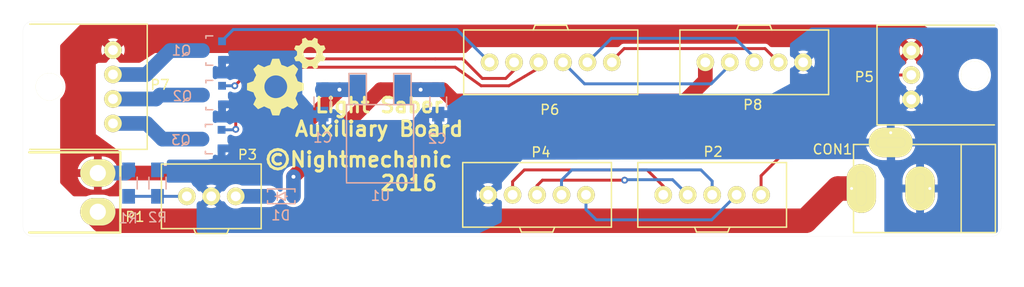
<source format=kicad_pcb>
(kicad_pcb (version 20221018) (generator pcbnew)
  (layers (0 "F.Cu" signal) (31 "B.Cu" signal) (34 "B.Paste" user) (35 "F.Paste" user) (36 "B.SilkS" user "B.Silkscreen") (37 "F.SilkS" user "F.Silkscreen") (38 "B.Mask" user) (39 "F.Mask" user) (44 "Edge.Cuts" user))
  (net 0 "")
  (net 1 "+12V")
  (net 2 "GND")
  (net 3 "+5V")
  (net 4 "/V_Batt")
  (net 5 "Net-(D1-Pad1)")
  (net 6 "/MCU_AUDIO")
  (net 7 "/MCU_SW1")
  (net 8 "/MCU_SW2")
  (net 9 "/MCU_SW3")
  (net 10 "/MCU_SW4")
  (net 11 "Net-(P3-Pad3)")
  (net 12 "/MCU_INT")
  (net 13 "/MCU_R_LED")
  (net 14 "/MCU_SDA")
  (net 15 "/MCU_G_LED")
  (net 16 "/MCU_B_LED")
  (net 17 "/MCU_SCK")
  (net 18 "Net-(P7-Pad2)")
  (net 19 "Net-(P7-Pad3)")
  (net 20 "Net-(P7-Pad4)")
  (footprint "CDI_BARREL_JACK" (layer "F.Cu") (at 161.9 75.1 180)
    (fp_text reference "CON1" (at 9.15 4) (layer "F.SilkS"))
    (fp_text value "BARREL_JACK")
    (fp_line (start -7.50062 -4.50088) (end -7.50062 4.50088) (stroke (width 0.15)) (layer "F.SilkS"))
    (fp_line (start -7.50062 4.50088) (end 7.00024 4.50088) (stroke (width 0.15)) (layer "F.SilkS"))
    (fp_line (start -4.0005 -4.50088) (end -4.0005 4.50088) (stroke (width 0.15)) (layer "F.SilkS"))
    (fp_line (start 7.00024 -4.50088) (end -7.50062 -4.50088) (stroke (width 0.15)) (layer "F.SilkS"))
    (fp_line (start 7.00024 4.50088) (end 7.00024 -4.50088) (stroke (width 0.15)) (layer "F.SilkS"))
    (pad "1" thru_hole oval (at 7.2 0 180) (size 3 5) (drill 0.3 (offset -1 0)) (layers "*.Cu" "*.Mask" "F.SilkS") (net 4 "/V_Batt"))
    (pad "2" thru_hole oval (at -0.8 0 180) (size 3 4.5) (drill 0.3 (offset 1 0)) (layers "*.Cu" "*.Mask" "F.SilkS") (net 2 "GND"))
    (pad "3" thru_hole oval (at 3.2 5.7 180) (size 4.5 3) (drill 0.3 (offset 0 -1)) (layers "*.Cu" "*.Mask" "F.SilkS") (net 2 "GND"))
  )
  (footprint "Nightmechanic_PCB:B2PS-VH" (layer "F.Cu") (at 77.65 75.5 -90)
    (fp_text reference "P1" (at 2.5 -3.8) (layer "F.SilkS"))
    (fp_text value "JST_B2PS_VH")
    (fp_line (start -4.1 -2.3) (end -4.1 7) (stroke (width 0.25)) (layer "F.SilkS"))
    (fp_line (start 4.1 -2.3) (end -4.1 -2.3) (stroke (width 0.25)) (layer "F.SilkS"))
    (fp_line (start 4.1 7) (end 4.1 -2.3) (stroke (width 0.25)) (layer "F.SilkS"))
    (pad "1" thru_hole oval (at 1.98 0 270) (size 2.8 3.6) (drill 1.65) (layers "*.Cu" "*.Mask" "F.SilkS") (net 4 "/V_Batt"))
    (pad "2" thru_hole oval (at -1.98 0 270) (size 2.8 3.6) (drill 1.65) (layers "*.Cu" "*.Mask" "F.SilkS") (net 1 "+12V"))
  )
  (footprint "Nightmechanic_PCB:JST_B05B_XASK_1" (layer "F.Cu") (at 140.45 75.75 180)
    (fp_text reference "P2" (at -0.1 4.4 180) (layer "F.SilkS"))
    (fp_text value "JST_B05B-XASK-1")
    (fp_line (start -7.6 -3.3) (end -7.6 3.3) (stroke (width 0.15)) (layer "F.SilkS"))
    (fp_line (start -7.6 3.3) (end 7.6 3.3) (stroke (width 0.15)) (layer "F.SilkS"))
    (fp_line (start -1.8 -3.3) (end -1.6 -3.8) (stroke (width 0.15)) (layer "F.SilkS"))
    (fp_line (start -1.6 -3.8) (end 1.6 -3.8) (stroke (width 0.15)) (layer "F.SilkS"))
    (fp_line (start 1.6 -3.8) (end 1.8 -3.3) (stroke (width 0.15)) (layer "F.SilkS"))
    (fp_line (start 7.6 -3.3) (end -7.6 -3.3) (stroke (width 0.15)) (layer "F.SilkS"))
    (fp_line (start 7.6 3.3) (end 7.6 -3.3) (stroke (width 0.15)) (layer "F.SilkS"))
    (pad "1" thru_hole circle (at -5 0 180) (size 1.8 1.8) (drill 1) (layers "*.Cu" "*.Mask" "F.SilkS") (net 6 "/MCU_AUDIO"))
    (pad "2" thru_hole circle (at -2.5 0 180) (size 1.8 1.8) (drill 1) (layers "*.Cu" "*.Mask" "F.SilkS") (net 7 "/MCU_SW1"))
    (pad "3" thru_hole circle (at 0 0 180) (size 1.8 1.8) (drill 1) (layers "*.Cu" "*.Mask" "F.SilkS") (net 8 "/MCU_SW2"))
    (pad "4" thru_hole circle (at 2.5 0 180) (size 1.8 1.8) (drill 1) (layers "*.Cu" "*.Mask" "F.SilkS") (net 9 "/MCU_SW3"))
    (pad "5" thru_hole circle (at 5 0 180) (size 1.8 1.8) (drill 1) (layers "*.Cu" "*.Mask" "F.SilkS") (net 10 "/MCU_SW4"))
  )
  (footprint "Nightmechanic_PCB:JST_B03B_XASK_1" (layer "F.Cu") (at 89.25 75.9 180)
    (fp_text reference "P3" (at -3.7 4.25 180) (layer "F.SilkS"))
    (fp_text value "JST_B03B-XASK-1")
    (fp_line (start -5.1 -3.3) (end -5.1 3.3) (stroke (width 0.15)) (layer "F.SilkS"))
    (fp_line (start -5.1 3.3) (end 5.1 3.3) (stroke (width 0.15)) (layer "F.SilkS"))
    (fp_line (start -1.8 -3.3) (end -1.6 -3.8) (stroke (width 0.15)) (layer "F.SilkS"))
    (fp_line (start -1.6 -3.8) (end 1.6 -3.8) (stroke (width 0.15)) (layer "F.SilkS"))
    (fp_line (start 1.6 -3.8) (end 1.8 -3.3) (stroke (width 0.15)) (layer "F.SilkS"))
    (fp_line (start 5.1 -3.3) (end -5.1 -3.3) (stroke (width 0.15)) (layer "F.SilkS"))
    (fp_line (start 5.1 3.3) (end 5.1 -3.3) (stroke (width 0.15)) (layer "F.SilkS"))
    (pad "1" thru_hole circle (at -2.5 0 180) (size 1.8 1.8) (drill 1) (layers "*.Cu" "*.Mask" "F.SilkS") (net 5 "Net-(D1-Pad1)"))
    (pad "2" thru_hole circle (at 0 0 180) (size 1.8 1.8) (drill 1) (layers "*.Cu" "*.Mask" "F.SilkS") (net 2 "GND"))
    (pad "3" thru_hole circle (at 2.5 0 180) (size 1.8 1.8) (drill 1) (layers "*.Cu" "*.Mask" "F.SilkS") (net 11 "Net-(P3-Pad3)"))
  )
  (footprint "Nightmechanic_PCB:JST_B05B_XASK_1" (layer "F.Cu") (at 122.55 75.75 180)
    (fp_text reference "P4" (at -0.4 4.35 180) (layer "F.SilkS"))
    (fp_text value "JST_B05B-XASK-1")
    (fp_line (start -7.6 -3.3) (end -7.6 3.3) (stroke (width 0.15)) (layer "F.SilkS"))
    (fp_line (start -7.6 3.3) (end 7.6 3.3) (stroke (width 0.15)) (layer "F.SilkS"))
    (fp_line (start -1.8 -3.3) (end -1.6 -3.8) (stroke (width 0.15)) (layer "F.SilkS"))
    (fp_line (start -1.6 -3.8) (end 1.6 -3.8) (stroke (width 0.15)) (layer "F.SilkS"))
    (fp_line (start 1.6 -3.8) (end 1.8 -3.3) (stroke (width 0.15)) (layer "F.SilkS"))
    (fp_line (start 7.6 -3.3) (end -7.6 -3.3) (stroke (width 0.15)) (layer "F.SilkS"))
    (fp_line (start 7.6 3.3) (end 7.6 -3.3) (stroke (width 0.15)) (layer "F.SilkS"))
    (pad "1" thru_hole circle (at -5 0 180) (size 1.8 1.8) (drill 1) (layers "*.Cu" "*.Mask" "F.SilkS") (net 7 "/MCU_SW1"))
    (pad "2" thru_hole circle (at -2.5 0 180) (size 1.8 1.8) (drill 1) (layers "*.Cu" "*.Mask" "F.SilkS") (net 8 "/MCU_SW2"))
    (pad "3" thru_hole circle (at 0 0 180) (size 1.8 1.8) (drill 1) (layers "*.Cu" "*.Mask" "F.SilkS") (net 9 "/MCU_SW3"))
    (pad "4" thru_hole circle (at 2.5 0 180) (size 1.8 1.8) (drill 1) (layers "*.Cu" "*.Mask" "F.SilkS") (net 10 "/MCU_SW4"))
    (pad "5" thru_hole circle (at 5 0 180) (size 1.8 1.8) (drill 1) (layers "*.Cu" "*.Mask" "F.SilkS") (net 2 "GND"))
  )
  (footprint "Nightmechanic_PCB:JST_S03B_XASK_1" (layer "F.Cu") (at 160.8 63.5 90)
    (fp_text reference "P5" (at -0.2 -4.8 180) (layer "F.SilkS"))
    (fp_text value "JST_S03B-XASK-1")
    (fp_line (start -5.1 -3.5) (end -5.1 8.5) (stroke (width 0.15)) (layer "F.SilkS"))
    (fp_line (start 5.1 -3.5) (end -5.1 -3.5) (stroke (width 0.15)) (layer "F.SilkS"))
    (fp_line (start 5.1 8.5) (end 5.1 -3.5) (stroke (width 0.15)) (layer "F.SilkS"))
    (pad "" np_thru_hole circle (at 0 6.5 90) (size 2.8 2.8) (drill 2.8) (layers "*.Cu" "*.Mask" "F.SilkS"))
    (pad "1" thru_hole circle (at -2.5 0 90) (size 1.8 1.8) (drill 1) (layers "*.Cu" "*.Mask" "F.SilkS") (net 2 "GND"))
    (pad "2" thru_hole circle (at 0 0 90) (size 1.8 1.8) (drill 1) (layers "*.Cu" "*.Mask" "F.SilkS") (net 6 "/MCU_AUDIO"))
    (pad "3" thru_hole circle (at 2.5 0 90) (size 1.8 1.8) (drill 1) (layers "*.Cu" "*.Mask" "F.SilkS") (net 1 "+12V"))
  )
  (footprint "Nightmechanic_PCB:JST_B06B_XASK_1" (layer "F.Cu") (at 123.95 62.2)
    (fp_text reference "P6" (at -0.1 4.85) (layer "F.SilkS"))
    (fp_text value "JST_B06B-XASK-1")
    (fp_line (start -8.9 -3.3) (end -8.9 3.3) (stroke (width 0.15)) (layer "F.SilkS"))
    (fp_line (start -8.9 3.3) (end 8.9 3.3) (stroke (width 0.15)) (layer "F.SilkS"))
    (fp_line (start -1.8 -3.3) (end -1.6 -3.8) (stroke (width 0.15)) (layer "F.SilkS"))
    (fp_line (start -1.6 -3.8) (end 1.6 -3.8) (stroke (width 0.15)) (layer "F.SilkS"))
    (fp_line (start 1.6 -3.8) (end 1.8 -3.3) (stroke (width 0.15)) (layer "F.SilkS"))
    (fp_line (start 8.9 -3.3) (end -8.9 -3.3) (stroke (width 0.15)) (layer "F.SilkS"))
    (fp_line (start 8.9 3.3) (end 8.9 -3.3) (stroke (width 0.15)) (layer "F.SilkS"))
    (pad "1" thru_hole circle (at -6.25 0) (size 1.8 1.8) (drill 1) (layers "*.Cu" "*.Mask" "F.SilkS") (net 13 "/MCU_R_LED"))
    (pad "2" thru_hole circle (at -3.75 0) (size 1.8 1.8) (drill 1) (layers "*.Cu" "*.Mask" "F.SilkS") (net 15 "/MCU_G_LED"))
    (pad "3" thru_hole circle (at -1.25 0) (size 1.8 1.8) (drill 1) (layers "*.Cu" "*.Mask" "F.SilkS") (net 16 "/MCU_B_LED"))
    (pad "4" thru_hole circle (at 1.25 0) (size 1.8 1.8) (drill 1) (layers "*.Cu" "*.Mask" "F.SilkS") (net 17 "/MCU_SCK"))
    (pad "5" thru_hole circle (at 3.75 0) (size 1.8 1.8) (drill 1) (layers "*.Cu" "*.Mask" "F.SilkS") (net 14 "/MCU_SDA"))
    (pad "6" thru_hole circle (at 6.25 0) (size 1.8 1.8) (drill 1) (layers "*.Cu" "*.Mask" "F.SilkS") (net 12 "/MCU_INT"))
  )
  (footprint "Nightmechanic_PCB:JST_S04B_XASK_1" (layer "F.Cu") (at 79.2 64.7 -90)
    (fp_text reference "P7" (at -0.2 -4.8) (layer "F.SilkS"))
    (fp_text value "JST_S04B-XASK-1")
    (fp_line (start -6.4 -3.5) (end -6.4 8.5) (stroke (width 0.15)) (layer "F.SilkS"))
    (fp_line (start 6.4 -3.5) (end -6.4 -3.5) (stroke (width 0.15)) (layer "F.SilkS"))
    (fp_line (start 6.4 8.5) (end 6.4 -3.5) (stroke (width 0.15)) (layer "F.SilkS"))
    (pad "" np_thru_hole circle (at 0 6.5 270) (size 2.8 2.8) (drill 2.8) (layers "*.Cu" "*.Mask" "F.SilkS"))
    (pad "1" thru_hole circle (at -3.75 0 270) (size 1.8 1.8) (drill 1) (layers "*.Cu" "*.Mask" "F.SilkS") (net 1 "+12V"))
    (pad "2" thru_hole circle (at -1.25 0 270) (size 1.8 1.8) (drill 1) (layers "*.Cu" "*.Mask" "F.SilkS") (net 18 "Net-(P7-Pad2)"))
    (pad "3" thru_hole circle (at 1.25 0 270) (size 1.8 1.8) (drill 1) (layers "*.Cu" "*.Mask" "F.SilkS") (net 19 "Net-(P7-Pad3)"))
    (pad "4" thru_hole circle (at 3.75 0 270) (size 1.8 1.8) (drill 1) (layers "*.Cu" "*.Mask" "F.SilkS") (net 20 "Net-(P7-Pad4)"))
  )
  (footprint "Nightmechanic_PCB:JST_B05B_XASK_1" (layer "F.Cu") (at 144.75 62.2)
    (fp_text reference "P8" (at -0.15 4.35) (layer "F.SilkS"))
    (fp_text value "JST_B05B-XASK-1")
    (fp_line (start -7.6 -3.3) (end -7.6 3.3) (stroke (width 0.15)) (layer "F.SilkS"))
    (fp_line (start -7.6 3.3) (end 7.6 3.3) (stroke (width 0.15)) (layer "F.SilkS"))
    (fp_line (start -1.8 -3.3) (end -1.6 -3.8) (stroke (width 0.15)) (layer "F.SilkS"))
    (fp_line (start -1.6 -3.8) (end 1.6 -3.8) (stroke (width 0.15)) (layer "F.SilkS"))
    (fp_line (start 1.6 -3.8) (end 1.8 -3.3) (stroke (width 0.15)) (layer "F.SilkS"))
    (fp_line (start 7.6 -3.3) (end -7.6 -3.3) (stroke (width 0.15)) (layer "F.SilkS"))
    (fp_line (start 7.6 3.3) (end 7.6 -3.3) (stroke (width 0.15)) (layer "F.SilkS"))
    (pad "1" thru_hole circle (at -5 0) (size 1.8 1.8) (drill 1) (layers "*.Cu" "*.Mask" "F.SilkS") (net 3 "+5V"))
    (pad "2" thru_hole circle (at -2.5 0) (size 1.8 1.8) (drill 1) (layers "*.Cu" "*.Mask" "F.SilkS") (net 17 "/MCU_SCK"))
    (pad "3" thru_hole circle (at 0 0) (size 1.8 1.8) (drill 1) (layers "*.Cu" "*.Mask" "F.SilkS") (net 14 "/MCU_SDA"))
    (pad "4" thru_hole circle (at 2.5 0) (size 1.8 1.8) (drill 1) (layers "*.Cu" "*.Mask" "F.SilkS") (net 12 "/MCU_INT"))
    (pad "5" thru_hole circle (at 5 0) (size 1.8 1.8) (drill 1) (layers "*.Cu" "*.Mask" "F.SilkS") (net 2 "GND"))
  )
  (footprint "Logos:Gears_F.SilkS_10mm" (layer "F.Cu") (at 96.9 63.65)
    (fp_text reference "VAL" hide)
    (fp_text value "REF" hide)
    (fp_poly (pts (xy 4.04114 -1.91516) (xy 3.96494 -1.73482) (xy 3.89128 -1.55702) (xy 3.6957 -1.5621) (xy 3.50012 -1.56464) (xy 3.36804 -1.43256) (xy 3.23596 -1.29794) (xy 3.24104 -1.13284) (xy 3.24358 -1.0541) (xy 3.24612 -0.98552) (xy 3.2512 -0.94488) (xy 3.25374 -0.93726) (xy 3.24866 -0.92202) (xy 3.2258 -0.90424) (xy 3.18262 -0.87884) (xy 3.1115 -0.84836) (xy 3.09372 -0.84074) (xy 3.09372 -2.34696) (xy 3.08102 -2.4892) (xy 3.03784 -2.6289) (xy 2.96164 -2.75844) (xy 2.87782 -2.85242) (xy 2.75844 -2.94132) (xy 2.63652 -2.9972) (xy 2.49936 -3.0226) (xy 2.39268 -3.0226) (xy 2.25298 -3.00482) (xy 2.1336 -2.96164) (xy 2.02692 -2.89052) (xy 1.93548 -2.80162) (xy 1.84404 -2.67716) (xy 1.78816 -2.54762) (xy 1.7653 -2.413) (xy 1.77038 -2.28092) (xy 1.80086 -2.15392) (xy 1.85674 -2.03708) (xy 1.93548 -1.9304) (xy 2.032 -1.83896) (xy 2.14376 -1.76784) (xy 2.26822 -1.72212) (xy 2.40284 -1.7018) (xy 2.54508 -1.7145) (xy 2.6924 -1.76022) (xy 2.70764 -1.7653) (xy 2.83972 -1.84658) (xy 2.9464 -1.95072) (xy 3.02514 -2.07264) (xy 3.0734 -2.20726) (xy 3.09372 -2.34696) (xy 3.09372 -0.84074) (xy 3.0099 -0.80518) (xy 2.91846 -0.76708) (xy 2.8956 -0.77978) (xy 2.8575 -0.8128) (xy 2.8067 -0.86614) (xy 2.77622 -0.90424) (xy 2.6543 -1.04902) (xy 2.47904 -1.04648) (xy 2.30632 -1.04394) (xy 2.16408 -0.90424) (xy 2.10058 -0.84328) (xy 2.04978 -0.79756) (xy 2.01422 -0.76962) (xy 2.00152 -0.76454) (xy 1.97612 -0.77216) (xy 1.92278 -0.78994) (xy 1.85166 -0.81534) (xy 1.80086 -0.83566) (xy 1.61798 -0.90424) (xy 1.62306 -1.09982) (xy 1.62814 -1.29286) (xy 1.49352 -1.43002) (xy 1.35636 -1.56718) (xy 1.16078 -1.55956) (xy 0.9652 -1.55194) (xy 0.889 -1.73482) (xy 0.81534 -1.9177) (xy 0.9271 -2.01676) (xy 0.98806 -2.0701) (xy 1.03886 -2.11582) (xy 1.07442 -2.14376) (xy 1.07696 -2.14376) (xy 1.09474 -2.16154) (xy 1.1049 -2.19202) (xy 1.10998 -2.24028) (xy 1.11252 -2.31394) (xy 1.11506 -2.35966) (xy 1.11506 -2.54762) (xy 0.96774 -2.68478) (xy 0.81788 -2.82194) (xy 0.89408 -2.9972) (xy 0.97028 -3.175) (xy 1.16078 -3.16738) (xy 1.35128 -3.1623) (xy 1.49098 -3.302) (xy 1.63068 -3.4417) (xy 1.63068 -3.63982) (xy 1.63068 -3.8354) (xy 1.80594 -3.90398) (xy 1.97866 -3.97256) (xy 2.1082 -3.83286) (xy 2.23774 -3.69316) (xy 2.42824 -3.69062) (xy 2.61874 -3.68554) (xy 2.74066 -3.82524) (xy 2.79654 -3.88366) (xy 2.8448 -3.93192) (xy 2.88036 -3.95986) (xy 2.89052 -3.9624) (xy 2.921 -3.95478) (xy 2.97688 -3.937) (xy 3.048 -3.90906) (xy 3.07594 -3.89636) (xy 3.23342 -3.83032) (xy 3.22834 -3.63728) (xy 3.22326 -3.4417) (xy 3.3655 -3.302) (xy 3.5052 -3.15976) (xy 3.69316 -3.17246) (xy 3.88112 -3.18516) (xy 3.95224 -3.01752) (xy 3.98272 -2.94132) (xy 4.00812 -2.87782) (xy 4.02082 -2.83464) (xy 4.02336 -2.82448) (xy 4.01066 -2.80416) (xy 3.97256 -2.76098) (xy 3.91922 -2.71018) (xy 3.8862 -2.6797) (xy 3.74904 -2.55524) (xy 3.74904 -2.36728) (xy 3.74904 -2.17678) (xy 3.89636 -2.0447) (xy 4.04114 -1.91516)) (stroke (width 0.00254)) (fill solid) (layer "F.SilkS"))
    (fp_poly (pts (xy 1.79832 1.40208) (xy 1.4859 1.51638) (xy 1.17094 1.63068) (xy 1.143 1.73736) (xy 1.12776 1.78562) (xy 1.10998 1.83896) (xy 1.08712 1.90246) (xy 1.05664 1.98374) (xy 1.01346 2.08788) (xy 0.97028 2.19202) (xy 0.9652 2.21488) (xy 0.9652 2.24028) (xy 0.97536 2.27838) (xy 0.99314 2.33172) (xy 1.0287 2.40792) (xy 1.07696 2.51206) (xy 1.08966 2.54254) (xy 1.13792 2.6416) (xy 1.17602 2.7305) (xy 1.2065 2.80162) (xy 1.22682 2.84734) (xy 1.22936 2.86258) (xy 1.21666 2.88036) (xy 1.1811 2.92354) (xy 1.12522 2.98196) (xy 1.0541 3.05562) (xy 0.9906 3.11912) (xy 0.75184 3.35534) (xy 0.44196 3.20802) (xy 0.13208 3.06324) (xy 0.10668 3.07594) (xy 0.10668 1.04394) (xy 0.09144 0.86614) (xy 0.0381 0.66294) (xy -0.04572 0.48006) (xy -0.15494 0.32004) (xy -0.28448 0.18288) (xy -0.43434 0.06858) (xy -0.5969 -0.01524) (xy -0.77216 -0.0762) (xy -0.95504 -0.10668) (xy -1.14046 -0.10922) (xy -1.32588 -0.07874) (xy -1.50876 -0.01778) (xy -1.68148 0.0762) (xy -1.84658 0.2032) (xy -1.87706 0.23368) (xy -2.01168 0.3937) (xy -2.11328 0.56896) (xy -2.18186 0.75184) (xy -2.21488 0.94234) (xy -2.21996 1.13284) (xy -2.19202 1.3208) (xy -2.13106 1.50114) (xy -2.04216 1.67132) (xy -1.92532 1.82626) (xy -1.778 1.96342) (xy -1.60274 2.07772) (xy -1.5494 2.10566) (xy -1.35128 2.17678) (xy -1.15062 2.21234) (xy -0.94234 2.20726) (xy -0.72898 2.16408) (xy -0.70104 2.15646) (xy -0.51562 2.07772) (xy -0.34798 1.9685) (xy -0.19812 1.8288) (xy -0.07366 1.66878) (xy 0.02032 1.48844) (xy 0.04064 1.43256) (xy 0.09144 1.23698) (xy 0.10668 1.04394) (xy 0.10668 3.07594) (xy -0.04572 3.15214) (xy -0.1397 3.19532) (xy -0.23622 3.2385) (xy -0.32258 3.27152) (xy -0.35052 3.28168) (xy -0.47752 3.32232) (xy -0.59436 3.65252) (xy -0.70866 3.98526) (xy -1.05664 3.98526) (xy -1.19126 3.98272) (xy -1.29032 3.98018) (xy -1.3589 3.97764) (xy -1.39954 3.97002) (xy -1.41478 3.9624) (xy -1.41732 3.95986) (xy -1.42494 3.93446) (xy -1.44526 3.87858) (xy -1.4732 3.79984) (xy -1.50622 3.70332) (xy -1.53162 3.6322) (xy -1.63576 3.32994) (xy -1.73228 3.29438) (xy -1.78816 3.27152) (xy -1.8669 3.2385) (xy -1.96088 3.19532) (xy -2.03708 3.15976) (xy -2.24536 3.05816) (xy -2.46634 3.1623) (xy -2.56032 3.20802) (xy -2.6543 3.24866) (xy -2.7305 3.28422) (xy -2.77876 3.30708) (xy -2.87274 3.34772) (xy -3.11658 3.10388) (xy -3.36296 2.86004) (xy -3.21564 2.55016) (xy -3.07086 2.24536) (xy -3.1623 2.06502) (xy -3.20802 1.97104) (xy -3.24866 1.87452) (xy -3.28422 1.78816) (xy -3.29438 1.75768) (xy -3.33756 1.63068) (xy -3.6703 1.51638) (xy -4.00558 1.39954) (xy -4.0005 1.04902) (xy -3.99542 0.6985) (xy -3.91668 0.67056) (xy -3.75158 0.61468) (xy -3.62204 0.5715) (xy -3.52044 0.53594) (xy -3.44424 0.50546) (xy -3.3909 0.4826) (xy -3.35534 0.46228) (xy -3.33248 0.4445) (xy -3.31978 0.42672) (xy -3.3147 0.40894) (xy -3.31216 0.40132) (xy -3.29946 0.36068) (xy -3.27152 0.2921) (xy -3.23342 0.20828) (xy -3.19024 0.1143) (xy -3.18262 0.09906) (xy -3.06324 -0.13716) (xy -3.21056 -0.4445) (xy -3.35788 -0.75184) (xy -3.1115 -0.99822) (xy -2.86766 -1.2446) (xy -2.56286 -1.10236) (xy -2.4638 -1.0541) (xy -2.3749 -1.01346) (xy -2.30378 -0.98044) (xy -2.25806 -0.96266) (xy -2.24282 -0.95758) (xy -2.21742 -0.9652) (xy -2.16662 -0.98552) (xy -2.10058 -1.016) (xy -2.0828 -1.02362) (xy -1.98882 -1.06426) (xy -1.88214 -1.10744) (xy -1.79324 -1.13538) (xy -1.64084 -1.1811) (xy -1.55956 -1.40716) (xy -1.524 -1.50368) (xy -1.49098 -1.59512) (xy -1.46304 -1.67386) (xy -1.44526 -1.71958) (xy -1.4097 -1.80594) (xy -1.05918 -1.81356) (xy -0.70612 -1.81864) (xy -0.65278 -1.66624) (xy -0.61722 -1.56972) (xy -0.57912 -1.4605) (xy -0.54102 -1.3589) (xy -0.53848 -1.35128) (xy -0.47752 -1.18872) (xy -0.31242 -1.13538) (xy -0.21336 -1.09982) (xy -0.10922 -1.06172) (xy -0.01778 -1.02362) (xy -0.00762 -1.01854) (xy 0.12954 -0.95504) (xy 0.43942 -1.10236) (xy 0.7493 -1.25222) (xy 0.9906 -1.01092) (xy 1.06934 -0.93218) (xy 1.13538 -0.8636) (xy 1.18872 -0.80772) (xy 1.22174 -0.76962) (xy 1.22936 -0.75692) (xy 1.22174 -0.73406) (xy 1.19888 -0.68326) (xy 1.16586 -0.60706) (xy 1.12268 -0.51562) (xy 1.08458 -0.43434) (xy 0.93726 -0.13208) (xy 1.00076 -0.00254) (xy 1.03632 0.07874) (xy 1.07696 0.1778) (xy 1.11506 0.2794) (xy 1.12268 0.29972) (xy 1.1811 0.47498) (xy 1.48336 0.5842) (xy 1.78816 0.6985) (xy 1.79324 1.04902) (xy 1.79832 1.40208)) (stroke (width 0.00254)) (fill solid) (layer "F.SilkS"))
  )
  (footprint "Capacitors_SMD:C_0805_HandSoldering" (layer "B.Cu") (at 100.6 66.25 -90)
    (fp_text reference "C1" (at 3.65 -0.05) (layer "B.SilkS") (effects (justify mirror)))
    (fp_text value "0.33uF")
    (fp_line (start -0.5 -0.85) (end 0.5 -0.85) (stroke (width 0.15)) (layer "B.SilkS"))
    (fp_line (start 0.5 0.85) (end -0.5 0.85) (stroke (width 0.15)) (layer "B.SilkS"))
    (pad "1" smd rect (at -1.25 0 270) (size 1.5 1.25) (layers "B.Cu" "B.Paste" "B.Mask") (net 1 "+12V"))
    (pad "2" smd rect (at 1.25 0 270) (size 1.5 1.25) (layers "B.Cu" "B.Paste" "B.Mask") (net 2 "GND"))
  )
  (footprint "Capacitors_SMD:C_0805_HandSoldering" (layer "B.Cu") (at 112.45 66.25 -90)
    (fp_text reference "C2" (at 3.75 0.1) (layer "B.SilkS") (effects (justify mirror)))
    (fp_text value "0.33uF")
    (fp_line (start -0.5 -0.85) (end 0.5 -0.85) (stroke (width 0.15)) (layer "B.SilkS"))
    (fp_line (start 0.5 0.85) (end -0.5 0.85) (stroke (width 0.15)) (layer "B.SilkS"))
    (pad "1" smd rect (at -1.25 0 270) (size 1.5 1.25) (layers "B.Cu" "B.Paste" "B.Mask") (net 3 "+5V"))
    (pad "2" smd rect (at 1.25 0 270) (size 1.5 1.25) (layers "B.Cu" "B.Paste" "B.Mask") (net 2 "GND"))
  )
  (footprint "Nightmechanic_PCB:SOD-323" (layer "B.Cu") (at 96.4 75.9)
    (fp_text reference "D1" (at -0.05 1.95) (layer "B.SilkS") (effects (justify mirror)))
    (fp_text value "BAS3010B")
    (fp_line (start -1.4 -0.75) (end -1.4 -0.45) (stroke (width 0.15)) (layer "B.SilkS"))
    (fp_line (start -1.4 0.45) (end -1.4 0.75) (stroke (width 0.15)) (layer "B.SilkS"))
    (fp_line (start -1.4 0.75) (end 1.4 0.75) (stroke (width 0.15)) (layer "B.SilkS"))
    (fp_line (start -0.4 0) (end -0.6 0) (stroke (width 0.15)) (layer "B.SilkS"))
    (fp_line (start -0.4 0) (end 0.4 0.41) (stroke (width 0.15)) (layer "B.SilkS"))
    (fp_line (start -0.4 0.4) (end -0.4 -0.4) (stroke (width 0.15)) (layer "B.SilkS"))
    (fp_line (start 0.4 -0.4) (end -0.4 0.01) (stroke (width 0.15)) (layer "B.SilkS"))
    (fp_line (start 0.4 0) (end 0.6 0) (stroke (width 0.15)) (layer "B.SilkS"))
    (fp_line (start 0.4 0.41) (end 0.4 -0.4) (stroke (width 0.15)) (layer "B.SilkS"))
    (fp_line (start 1.4 -0.75) (end -1.4 -0.75) (stroke (width 0.15)) (layer "B.SilkS"))
    (fp_line (start 1.4 -0.45) (end 1.4 -0.75) (stroke (width 0.15)) (layer "B.SilkS"))
    (fp_line (start 1.4 0.75) (end 1.4 0.45) (stroke (width 0.15)) (layer "B.SilkS"))
    (pad "1" smd rect (at -1.25 0) (size 0.8 0.6) (layers "B.Cu" "B.Paste" "B.Mask") (net 5 "Net-(D1-Pad1)"))
    (pad "2" smd rect (at 1.25 0) (size 0.8 0.6) (layers "B.Cu" "B.Paste" "B.Mask") (net 3 "+5V"))
  )
  (footprint "TO_SOT_Packages_SMD:SOT-23" (layer "B.Cu") (at 89.35 61 -90)
    (fp_text reference "Q1" (at 0 3.15) (layer "B.SilkS") (effects (justify mirror)))
    (fp_text value "Si2312CDS")
    (fp_line (start -1.49982 -0.0508) (end -1.49982 0.65024) (stroke (width 0.15)) (layer "B.SilkS"))
    (fp_line (start -1.49982 0.65024) (end -1.2509 0.65024) (stroke (width 0.15)) (layer "B.SilkS"))
    (fp_line (start 1.29916 0.65024) (end 1.2509 0.65024) (stroke (width 0.15)) (layer "B.SilkS"))
    (fp_line (start 1.29916 0.65024) (end 1.49982 0.65024) (stroke (width 0.15)) (layer "B.SilkS"))
    (fp_line (start 1.49982 0.65024) (end 1.49982 -0.0508) (stroke (width 0.15)) (layer "B.SilkS"))
    (pad "1" smd rect (at -0.95 -1.00076 270) (size 0.8001 0.8001) (layers "B.Cu" "B.Paste" "B.Mask") (net 13 "/MCU_R_LED"))
    (pad "2" smd rect (at 0.95 -1.00076 270) (size 0.8001 0.8001) (layers "B.Cu" "B.Paste" "B.Mask") (net 2 "GND"))
    (pad "3" smd rect (at 0 0.99822 270) (size 0.8001 0.8001) (layers "B.Cu" "B.Paste" "B.Mask") (net 18 "Net-(P7-Pad2)"))
  )
  (footprint "TO_SOT_Packages_SMD:SOT-23" (layer "B.Cu") (at 89.35 65.55 -90)
    (fp_text reference "Q2" (at 0.1 3.05) (layer "B.SilkS") (effects (justify mirror)))
    (fp_text value "Si2312CDS")
    (fp_line (start -1.49982 -0.0508) (end -1.49982 0.65024) (stroke (width 0.15)) (layer "B.SilkS"))
    (fp_line (start -1.49982 0.65024) (end -1.2509 0.65024) (stroke (width 0.15)) (layer "B.SilkS"))
    (fp_line (start 1.29916 0.65024) (end 1.2509 0.65024) (stroke (width 0.15)) (layer "B.SilkS"))
    (fp_line (start 1.29916 0.65024) (end 1.49982 0.65024) (stroke (width 0.15)) (layer "B.SilkS"))
    (fp_line (start 1.49982 0.65024) (end 1.49982 -0.0508) (stroke (width 0.15)) (layer "B.SilkS"))
    (pad "1" smd rect (at -0.95 -1.00076 270) (size 0.8001 0.8001) (layers "B.Cu" "B.Paste" "B.Mask") (net 15 "/MCU_G_LED"))
    (pad "2" smd rect (at 0.95 -1.00076 270) (size 0.8001 0.8001) (layers "B.Cu" "B.Paste" "B.Mask") (net 2 "GND"))
    (pad "3" smd rect (at 0 0.99822 270) (size 0.8001 0.8001) (layers "B.Cu" "B.Paste" "B.Mask") (net 19 "Net-(P7-Pad3)"))
  )
  (footprint "TO_SOT_Packages_SMD:SOT-23" (layer "B.Cu") (at 89.3 70.05 -90)
    (fp_text reference "Q3" (at 0.1 3.15) (layer "B.SilkS") (effects (justify mirror)))
    (fp_text value "Si2312CDS")
    (fp_line (start -1.49982 -0.0508) (end -1.49982 0.65024) (stroke (width 0.15)) (layer "B.SilkS"))
    (fp_line (start -1.49982 0.65024) (end -1.2509 0.65024) (stroke (width 0.15)) (layer "B.SilkS"))
    (fp_line (start 1.29916 0.65024) (end 1.2509 0.65024) (stroke (width 0.15)) (layer "B.SilkS"))
    (fp_line (start 1.29916 0.65024) (end 1.49982 0.65024) (stroke (width 0.15)) (layer "B.SilkS"))
    (fp_line (start 1.49982 0.65024) (end 1.49982 -0.0508) (stroke (width 0.15)) (layer "B.SilkS"))
    (pad "1" smd rect (at -0.95 -1.00076 270) (size 0.8001 0.8001) (layers "B.Cu" "B.Paste" "B.Mask") (net 16 "/MCU_B_LED"))
    (pad "2" smd rect (at 0.95 -1.00076 270) (size 0.8001 0.8001) (layers "B.Cu" "B.Paste" "B.Mask") (net 2 "GND"))
    (pad "3" smd rect (at 0 0.99822 270) (size 0.8001 0.8001) (layers "B.Cu" "B.Paste" "B.Mask") (net 20 "Net-(P7-Pad4)"))
  )
  (footprint "Resistors_SMD:R_0805_HandSoldering" (layer "B.Cu") (at 80.8 74.55 -90)
    (fp_text reference "R1" (at 3.6 0.05) (layer "B.SilkS") (effects (justify mirror)))
    (fp_text value "47k")
    (fp_line (start -0.6 0.875) (end 0.6 0.875) (stroke (width 0.15)) (layer "B.SilkS"))
    (fp_line (start 0.6 -0.875) (end -0.6 -0.875) (stroke (width 0.15)) (layer "B.SilkS"))
    (pad "1" smd rect (at -1.35 0 270) (size 1.5 1.3) (layers "B.Cu" "B.Paste" "B.Mask") (net 1 "+12V"))
    (pad "2" smd rect (at 1.35 0 270) (size 1.5 1.3) (layers "B.Cu" "B.Paste" "B.Mask") (net 11 "Net-(P3-Pad3)"))
  )
  (footprint "Resistors_SMD:R_0805_HandSoldering" (layer "B.Cu") (at 83.75 74.55 90)
    (fp_text reference "R2" (at -3.5 0 180) (layer "B.SilkS") (effects (justify mirror)))
    (fp_text value "10k")
    (fp_line (start -0.6 0.875) (end 0.6 0.875) (stroke (width 0.15)) (layer "B.SilkS"))
    (fp_line (start 0.6 -0.875) (end -0.6 -0.875) (stroke (width 0.15)) (layer "B.SilkS"))
    (pad "1" smd rect (at -1.35 0 90) (size 1.5 1.3) (layers "B.Cu" "B.Paste" "B.Mask") (net 11 "Net-(P3-Pad3)"))
    (pad "2" smd rect (at 1.35 0 90) (size 1.5 1.3) (layers "B.Cu" "B.Paste" "B.Mask") (net 2 "GND"))
  )
  (footprint "TO-252-2Lead-D-PAK" (layer "B.Cu") (at 106.5 65)
    (fp_text reference "U1" (at 0.05 10.85) (layer "B.SilkS") (effects (justify mirror)))
    (fp_text value "MC78M05CDT")
    (fp_line (start -3.429 1.524) (end -3.429 9.398) (stroke (width 0.15)) (layer "B.SilkS"))
    (fp_line (start -3.429 9.525) (end 3.429 9.525) (stroke (width 0.15)) (layer "B.SilkS"))
    (fp_line (start -3.175 -1.651) (end -1.397 -1.651) (stroke (width 0.15)) (layer "B.SilkS"))
    (fp_line (start -3.175 1.524) (end -3.175 -1.651) (stroke (width 0.15)) (layer "B.SilkS"))
    (fp_line (start -1.397 -1.651) (end -1.397 1.524) (stroke (width 0.15)) (layer "B.SilkS"))
    (fp_line (start 1.397 -1.651) (end 3.175 -1.651) (stroke (width 0.15)) (layer "B.SilkS"))
    (fp_line (start 1.397 1.524) (end 1.397 -1.651) (stroke (width 0.15)) (layer "B.SilkS"))
    (fp_line (start 3.175 -1.651) (end 3.175 1.524) (stroke (width 0.15)) (layer "B.SilkS"))
    (fp_line (start 3.429 1.524) (end -3.429 1.524) (stroke (width 0.15)) (layer "B.SilkS"))
    (fp_line (start 3.429 7.62) (end 3.429 1.524) (stroke (width 0.15)) (layer "B.SilkS"))
    (fp_line (start 3.429 9.398) (end 3.429 7.62) (stroke (width 0.15)) (layer "B.SilkS"))
    (pad "1" smd rect (at -2.286 0) (size 1.651 3.048) (layers "B.Cu" "B.Paste" "B.Mask") (net 1 "+12V"))
    (pad "2" smd rect (at 0 6.35) (size 6.3 6.1) (layers "B.Cu" "B.Paste" "B.Mask") (net 2 "GND"))
    (pad "3" smd rect (at 2.286 0) (size 1.651 3.048) (layers "B.Cu" "B.Paste" "B.Mask") (net 3 "+5V"))
  )
  (gr_line (start 170 79) (end 170 59) (stroke (width 0.01)) (layer "Edge.Cuts"))
  (gr_line (start 71 58) (end 169 58) (stroke (width 0.01)) (layer "Edge.Cuts"))
  (gr_arc (start 155.2 73.85) (mid 155.7 73.35) (end 156.2 73.85) (stroke (width 0.01)) (layer "Edge.Cuts"))
  (gr_arc (start 161.2 74.1) (mid 161.7 73.6) (end 162.2 74.1) (stroke (width 0.01)) (layer "Edge.Cuts"))
  (gr_arc (start 162.2 76.1) (mid 161.7 76.6) (end 161.2 76.1) (stroke (width 0.01)) (layer "Edge.Cuts"))
  (gr_line (start 155.2 76.35) (end 155.2 73.85) (stroke (width 0.01)) (layer "Edge.Cuts"))
  (gr_line (start 71 80) (end 169 80) (stroke (width 0.01)) (layer "Edge.Cuts"))
  (gr_line (start 159.7 69.9) (end 157.7 69.9) (stroke (width 0.01)) (layer "Edge.Cuts"))
  (gr_arc (start 70 59) (mid 70.292893 58.292893) (end 71 58) (stroke (width 0.01)) (layer "Edge.Cuts"))
  (gr_arc (start 156.2 76.35) (mid 155.7 76.85) (end 155.2 76.35) (stroke (width 0.01)) (layer "Edge.Cuts"))
  (gr_arc (start 169 58) (mid 169.707107 58.292893) (end 170 59) (stroke (width 0.01)) (layer "Edge.Cuts"))
  (gr_line (start 156.2 73.85) (end 156.2 76.35) (stroke (width 0.01)) (layer "Edge.Cuts"))
  (gr_line (start 157.7 70.9) (end 159.7 70.9) (stroke (width 0.01)) (layer "Edge.Cuts"))
  (gr_arc (start 170 79) (mid 169.707107 79.707107) (end 169 80) (stroke (width 0.01)) (layer "Edge.Cuts"))
  (gr_line (start 161.2 74.1) (end 161.2 76.1) (stroke (width 0.01)) (layer "Edge.Cuts"))
  (gr_arc (start 157.7 70.9) (mid 157.2 70.4) (end 157.7 69.9) (stroke (width 0.01)) (layer "Edge.Cuts"))
  (gr_line (start 162.2 76.1) (end 162.2 74.1) (stroke (width 0.01)) (layer "Edge.Cuts"))
  (gr_line (start 70 79) (end 70 59) (stroke (width 0.01)) (layer "Edge.Cuts"))
  (gr_arc (start 71 80) (mid 70.292893 79.707107) (end 70 79) (stroke (width 0.01)) (layer "Edge.Cuts"))
  (gr_arc (start 159.7 69.9) (mid 160.2 70.4) (end 159.7 70.9) (stroke (width 0.01)) (layer "Edge.Cuts"))
  (gr_text "©Nightmechanic\n         2016" (at 104.3 73.35) (layer "F.SilkS") (effects (font (size 1.5 1.5) (thickness 0.3))))
  (gr_text "Light Saber\nAuxiliary Board" (at 106.4 67.8) (layer "F.SilkS") (effects (font (size 1.5 1.5) (thickness 0.3))))
  (segment (start 92.88 73.52) (end 92.91 73.55) (width 1.5) (layer "F.Cu") (net 1))
  (segment (start 92.91 73.55) (end 93.8 73.55) (width 1.5) (layer "F.Cu") (net 1))
  (segment (start 93.8 73.55) (end 102.35 65) (width 1.5) (layer "F.Cu") (net 1))
  (segment (start 77.2 73.52) (end 77.12 73.52) (width 1.5) (layer "F.Cu") (net 1))
  (segment (start 77.2 73.52) (end 92.88 73.52) (width 1.5) (layer "F.Cu") (net 1))
  (via (at 102.35 65) (size 0.8) (drill 0.4) (layers "F.Cu" "B.Cu") (net 1))
  (segment (start 80.48 73.52) (end 80.8 73.2) (width 1.5) (layer "B.Cu") (net 1))
  (segment (start 102.35 65) (end 100.6 65) (width 1.5) (layer "B.Cu") (net 1))
  (segment (start 104.214 65) (end 102.35 65) (width 1.5) (layer "B.Cu") (net 1))
  (segment (start 77.2 73.52) (end 80.48 73.52) (width 1.5) (layer "B.Cu") (net 1))
  (segment (start 159 72.55) (end 159.1 72.65) (width 0.3) (layer "B.Cu") (net 2))
  (segment (start 159.85 75.1) (end 159 74.25) (width 0.3) (layer "B.Cu") (net 2))
  (segment (start 159 74.25) (end 159 72.55) (width 0.3) (layer "B.Cu") (net 2))
  (segment (start 163 75.1) (end 159.85 75.1) (width 0.3) (layer "B.Cu") (net 2))
  (segment (start 159 71.4) (end 159 72.55) (width 0.3) (layer "B.Cu") (net 2))
  (segment (start 97.65 73.9) (end 106.55 65) (width 1.5) (layer "F.Cu") (net 3))
  (segment (start 106.55 65) (end 110.65 65) (width 1.5) (layer "F.Cu") (net 3))
  (segment (start 112.9 65) (end 114.05 66.15) (width 1.5) (layer "F.Cu") (net 3))
  (segment (start 114.05 66.15) (end 137.65 66.15) (width 1.5) (layer "F.Cu") (net 3))
  (segment (start 137.65 66.15) (end 139.75 64.05) (width 1.5) (layer "F.Cu") (net 3))
  (segment (start 139.75 64.05) (end 139.75 62.2) (width 1.5) (layer "F.Cu") (net 3))
  (segment (start 110.65 65) (end 112.9 65) (width 1.5) (layer "F.Cu") (net 3))
  (via (at 110.65 65) (size 0.8) (drill 0.4) (layers "F.Cu" "B.Cu") (net 3))
  (via (at 97.65 73.9) (size 0.8) (drill 0.4) (layers "F.Cu" "B.Cu") (net 3))
  (segment (start 110.65 65) (end 108.786 65) (width 1.5) (layer "B.Cu") (net 3))
  (segment (start 97.65 75.9) (end 97.65 73.9) (width 1.5) (layer "B.Cu") (net 3))
  (segment (start 112.45 65) (end 110.65 65) (width 1.5) (layer "B.Cu") (net 3))
  (segment (start 153.3 75.1) (end 150 78.4) (width 2.5) (layer "F.Cu") (net 4))
  (segment (start 150 78.4) (end 78.12 78.4) (width 2.5) (layer "F.Cu") (net 4))
  (segment (start 78.12 78.4) (end 77.2 77.48) (width 2.5) (layer "F.Cu") (net 4))
  (segment (start 154.7 75.1) (end 153.3 75.1) (width 2.5) (layer "F.Cu") (net 4))
  (segment (start 91.75 75.9) (end 95.15 75.9) (width 1.5) (layer "B.Cu") (net 5))
  (segment (start 145.45 73.8) (end 155.75 63.5) (width 0.3) (layer "F.Cu") (net 6))
  (segment (start 155.75 63.5) (end 160.8 63.5) (width 0.3) (layer "F.Cu") (net 6))
  (segment (start 145.45 75.75) (end 145.45 73.8) (width 0.3) (layer "F.Cu") (net 6))
  (segment (start 127.55 77.25) (end 128.6 78.3) (width 0.3) (layer "B.Cu") (net 7))
  (segment (start 128.6 78.3) (end 140.4 78.3) (width 0.3) (layer "B.Cu") (net 7))
  (segment (start 140.4 78.3) (end 142.95 75.75) (width 0.3) (layer "B.Cu") (net 7))
  (segment (start 127.55 75.75) (end 127.55 77.25) (width 0.3) (layer "B.Cu") (net 7))
  (segment (start 140.45 74.35) (end 139.3 73.2) (width 0.3) (layer "B.Cu") (net 8))
  (segment (start 139.3 73.2) (end 126.1 73.2) (width 0.3) (layer "B.Cu") (net 8))
  (segment (start 126.1 73.2) (end 125.05 74.25) (width 0.3) (layer "B.Cu") (net 8))
  (segment (start 125.05 74.25) (end 125.05 75.75) (width 0.3) (layer "B.Cu") (net 8))
  (segment (start 140.45 75.75) (end 140.45 74.35) (width 0.3) (layer "B.Cu") (net 8))
  (segment (start 122.55 75.3) (end 122.55 75.75) (width 0.25) (layer "F.Cu") (net 9))
  (segment (start 122.55 74.8) (end 123.1 74.25) (width 0.3) (layer "F.Cu") (net 9))
  (segment (start 123.1 74.25) (end 131.5 74.25) (width 0.3) (layer "F.Cu") (net 9))
  (segment (start 122.55 75.75) (end 122.55 74.8) (width 0.3) (layer "F.Cu") (net 9))
  (via (at 131.5 74.25) (size 0.7) (drill 0.35) (layers "F.Cu" "B.Cu") (net 9))
  (segment (start 131.5 74.25) (end 131.55 74.2) (width 0.3) (layer "B.Cu") (net 9))
  (segment (start 131.55 74.2) (end 136.4 74.2) (width 0.3) (layer "B.Cu") (net 9))
  (segment (start 136.4 74.2) (end 137.95 75.75) (width 0.3) (layer "B.Cu") (net 9))
  (segment (start 120.05 74.4) (end 121.25 73.2) (width 0.3) (layer "F.Cu") (net 10))
  (segment (start 121.25 73.2) (end 133.8 73.2) (width 0.3) (layer "F.Cu") (net 10))
  (segment (start 133.8 73.2) (end 135.45 74.85) (width 0.3) (layer "F.Cu") (net 10))
  (segment (start 135.45 74.85) (end 135.45 75.75) (width 0.25) (layer "F.Cu") (net 10))
  (segment (start 120.05 75.75) (end 120.05 74.4) (width 0.3) (layer "F.Cu") (net 10))
  (segment (start 86.75 75.9) (end 83.75 75.9) (width 0.3) (layer "B.Cu") (net 11))
  (segment (start 80.8 75.9) (end 83.75 75.9) (width 0.3) (layer "B.Cu") (net 11))
  (segment (start 130.2 62.05) (end 131.45 60.8) (width 0.3) (layer "F.Cu") (net 12))
  (segment (start 131.45 60.8) (end 145.85 60.8) (width 0.3) (layer "F.Cu") (net 12))
  (segment (start 145.85 60.8) (end 147.25 62.2) (width 0.3) (layer "F.Cu") (net 12))
  (segment (start 130.2 62.2) (end 130.2 62.05) (width 0.25) (layer "F.Cu") (net 12))
  (segment (start 90.35076 59.99924) (end 91.5 58.85) (width 0.3) (layer "B.Cu") (net 13))
  (segment (start 91.5 58.85) (end 114.35 58.85) (width 0.3) (layer "B.Cu") (net 13))
  (segment (start 114.35 58.85) (end 117.7 62.2) (width 0.3) (layer "B.Cu") (net 13))
  (segment (start 90.35076 60.05) (end 90.35076 59.99924) (width 0.25) (layer "B.Cu") (net 13))
  (segment (start 144.75 61.7) (end 142.8 59.75) (width 0.3) (layer "B.Cu") (net 14))
  (segment (start 142.8 59.75) (end 130.15 59.75) (width 0.3) (layer "B.Cu") (net 14))
  (segment (start 130.15 59.75) (end 127.7 62.2) (width 0.3) (layer "B.Cu") (net 14))
  (segment (start 144.75 62.2) (end 144.75 61.7) (width 0.25) (layer "B.Cu") (net 14))
  (segment (start 91.65 64.6) (end 94.4 61.85) (width 0.3) (layer "F.Cu") (net 15))
  (segment (start 94.4 61.85) (end 112.15 61.85) (width 0.3) (layer "F.Cu") (net 15))
  (segment (start 120.2 63) (end 119.35 63.85) (width 0.3) (layer "F.Cu") (net 15))
  (segment (start 119.35 63.85) (end 116.95 63.85) (width 0.3) (layer "F.Cu") (net 15))
  (segment (start 116.95 63.85) (end 114.95 61.85) (width 0.3) (layer "F.Cu") (net 15))
  (segment (start 114.95 61.85) (end 112.15 61.85) (width 0.3) (layer "F.Cu") (net 15))
  (segment (start 120.2 62.2) (end 120.2 63) (width 0.3) (layer "F.Cu") (net 15))
  (via (at 91.65 64.6) (size 0.7) (drill 0.35) (layers "F.Cu" "B.Cu") (net 15))
  (segment (start 90.35076 64.6) (end 91.65 64.6) (width 0.3) (layer "B.Cu") (net 15))
  (segment (start 122.7 62.8) (end 119.6625 64.6) (width 0.3) (layer "F.Cu") (net 16))
  (segment (start 119.6625 64.6) (end 116.83334 64.6) (width 0.3) (layer "F.Cu") (net 16))
  (segment (start 116.83334 64.6) (end 114.184856 62.7) (width 0.3) (layer "F.Cu") (net 16))
  (segment (start 114.184856 62.7) (end 95 62.7) (width 0.3) (layer "F.Cu") (net 16))
  (segment (start 95 62.7) (end 91.75 65.95) (width 0.3) (layer "F.Cu") (net 16))
  (segment (start 91.75 65.95) (end 91.75 69.05) (width 0.3) (layer "F.Cu") (net 16))
  (segment (start 122.7 62.2) (end 122.7 62.8) (width 0.25) (layer "F.Cu") (net 16))
  (via (at 91.75 69.05) (size 0.7) (drill 0.35) (layers "F.Cu" "B.Cu") (net 16))
  (segment (start 91.75 69.05) (end 91.7 69.1) (width 0.3) (layer "B.Cu") (net 16))
  (segment (start 91.7 69.1) (end 90.30076 69.1) (width 0.3) (layer "B.Cu") (net 16))
  (segment (start 142.25 62.5) (end 140.35 64.4) (width 0.3) (layer "B.Cu") (net 17))
  (segment (start 140.35 64.4) (end 127.4 64.4) (width 0.3) (layer "B.Cu") (net 17))
  (segment (start 127.4 64.4) (end 125.2 62.2) (width 0.3) (layer "B.Cu") (net 17))
  (segment (start 142.25 62.2) (end 142.25 62.5) (width 0.25) (layer "B.Cu") (net 17))
  (segment (start 82.6 63.45) (end 85.05 61) (width 1.5) (layer "B.Cu") (net 18))
  (segment (start 85.05 61) (end 88.35178 61) (width 1.5) (layer "B.Cu") (net 18))
  (segment (start 79.2 63.45) (end 82.6 63.45) (width 1.5) (layer "B.Cu") (net 18))
  (segment (start 83.6 65.95) (end 84 65.55) (width 1.5) (layer "B.Cu") (net 19))
  (segment (start 84 65.55) (end 88.35178 65.55) (width 1.5) (layer "B.Cu") (net 19))
  (segment (start 79.2 65.95) (end 83.6 65.95) (width 1.5) (layer "B.Cu") (net 19))
  (segment (start 82.65 68.45) (end 84.25 70.05) (width 1.5) (layer "B.Cu") (net 20))
  (segment (start 84.25 70.05) (end 88.30178 70.05) (width 1.5) (layer "B.Cu") (net 20))
  (segment (start 79.2 68.45) (end 82.65 68.45) (width 1.5) (layer "B.Cu") (net 20))
  (zone (net 1) (net_name "+12V") (layer "F.Cu") (connect_pads (clearance 0.35)) (min_thickness 0.5) (fill yes (thermal_gap 0.3) (thermal_bridge_width 0.8))
    (polygon (pts (xy 157.05 58.35) (xy 157.85 58.35) (xy 158.95 58.4) (xy 162.05 58.4) (xy 163.25 59.15) (xy 163.25 61.7) (xy 162.6 62.5) (xy 159.45 62.55) (xy 157.6 60.65) (xy 152.05 60.65) (xy 115.9 60.65) (xy 115.3 61.25) (xy 83.5 61.25) (xy 81.95 62.25) (xy 77.7 62.25) (xy 77.45 62.4) (xy 77.45 69.55) (xy 80 71.4) (xy 80 75.9) (xy 75.15 75.9) (xy 73.8 74.55) (xy 73.8 60.45) (xy 75.85 58.35) (xy 154.85 58.35) (xy 156.2 58.35)))
  )
  (zone (net 2) (net_name "GND") (layer "B.Cu") (connect_pads (clearance 0.35)) (min_thickness 0.5) (fill yes (thermal_gap 0.3) (thermal_bridge_width 0.8))
    (polygon (pts (xy 169.65 58.65) (xy 150.55 58.65) (xy 148.4 60.3) (xy 148.4 64.4) (xy 146.55 65.4) (xy 115.1 65.45) (xy 113.55 66.55) (xy 111 66.55) (xy 109.85 68.1) (xy 103 68.1) (xy 101.4 66.55) (xy 99.55 66.55) (xy 98.55 65.45) (xy 98.55 61.7) (xy 97.95 61) (xy 90.05 61) (xy 89.4 61.9) (xy 89.4 72.05) (xy 88.9 72.15) (xy 82.7 72.15) (xy 82.75 74.5) (xy 87.2 74.5) (xy 87.75 75.45) (xy 87.75 79.65) (xy 116.7 79.65) (xy 118.95 78.55) (xy 118.95 74.5) (xy 121.05 72.15) (xy 153.3 72.1) (xy 155.75 72.1) (xy 157.35 72.85) (xy 158.05 74.1) (xy 158.05 79.65) (xy 169.65 79.65)))
  )
  (zone (net 0) (net_name "") (layer "B.Cu") (connect_pads (clearance 0)) (min_thickness 0.5)
    (keepout (tracks not_allowed) (vias not_allowed) (pads allowed) (copperpour not_allowed) (footprints allowed))
    (fill (thermal_gap 0.3) (thermal_bridge_width 0.8))
    (polygon (pts (xy 90.25 65.9) (xy 90.95 65.9) (xy 90.95 65.2) (xy 90.25 65.2)))
  )
  (zone (net 0) (net_name "") (layer "B.Cu") (connect_pads (clearance 0)) (min_thickness 0.5)
    (keepout (tracks not_allowed) (vias not_allowed) (pads allowed) (copperpour not_allowed) (footprints allowed))
    (fill (thermal_gap 0.3) (thermal_bridge_width 0.8))
    (polygon (pts (xy 90.9 70.4) (xy 90.9 69.7) (xy 90.25 69.7) (xy 90.25 70.4)))
  )
)
</source>
